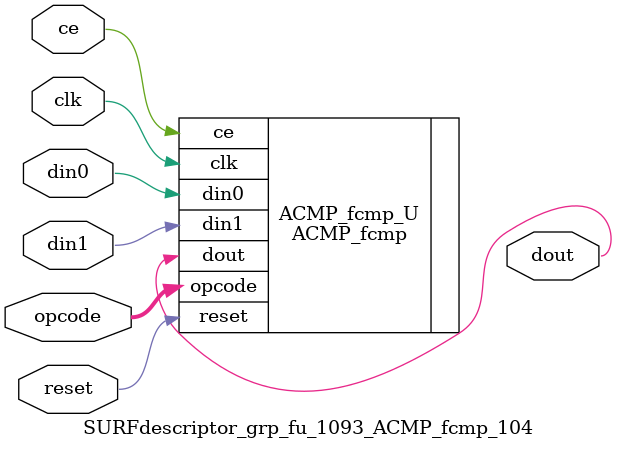
<source format=v>

`timescale 1 ns / 1 ps
module SURFdescriptor_grp_fu_1093_ACMP_fcmp_104(
    clk,
    reset,
    ce,
    din0,
    din1,
    opcode,
    dout);

parameter ID = 32'd1;
parameter NUM_STAGE = 32'd1;
parameter din0_WIDTH = 32'd1;
parameter din1_WIDTH = 32'd1;
parameter dout_WIDTH = 32'd1;
input clk;
input reset;
input ce;
input[din0_WIDTH - 1:0] din0;
input[din1_WIDTH - 1:0] din1;
input[5 - 1:0] opcode;
output[dout_WIDTH - 1:0] dout;



ACMP_fcmp #(
.ID( ID ),
.NUM_STAGE( 3 ),
.din0_WIDTH( din0_WIDTH ),
.din1_WIDTH( din1_WIDTH ),
.dout_WIDTH( dout_WIDTH ))
ACMP_fcmp_U(
    .clk( clk ),
    .reset( reset ),
    .ce( ce ),
    .din0( din0 ),
    .din1( din1 ),
    .dout( dout ),
    .opcode( opcode ));

endmodule

</source>
